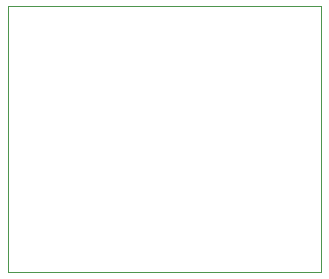
<source format=gbr>
G04 #@! TF.GenerationSoftware,KiCad,Pcbnew,(5.1.5)-3*
G04 #@! TF.CreationDate,2021-12-20T00:35:23-08:00*
G04 #@! TF.ProjectId,tube_holder,74756265-5f68-46f6-9c64-65722e6b6963,rev?*
G04 #@! TF.SameCoordinates,Original*
G04 #@! TF.FileFunction,Profile,NP*
%FSLAX46Y46*%
G04 Gerber Fmt 4.6, Leading zero omitted, Abs format (unit mm)*
G04 Created by KiCad (PCBNEW (5.1.5)-3) date 2021-12-20 00:35:23*
%MOMM*%
%LPD*%
G04 APERTURE LIST*
%ADD10C,0.050000*%
G04 APERTURE END LIST*
D10*
X191500000Y-65500000D02*
X191500000Y-43000000D01*
X218000000Y-43000000D02*
X218000000Y-65500000D01*
X191500000Y-43000000D02*
X218000000Y-43000000D01*
X191500000Y-65500000D02*
X218000000Y-65500000D01*
M02*

</source>
